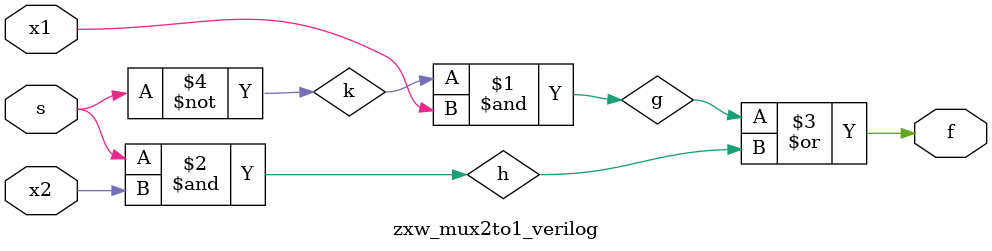
<source format=v>
module zxw_mux2to1_verilog (x1, x2, s ,f );
  input x1, x2 ,s;
  output f;
  
  not (k, s);
  and (g, k, x1);
  and (h, s, x2);
  or (f,g,h);
  
endmodule 
</source>
